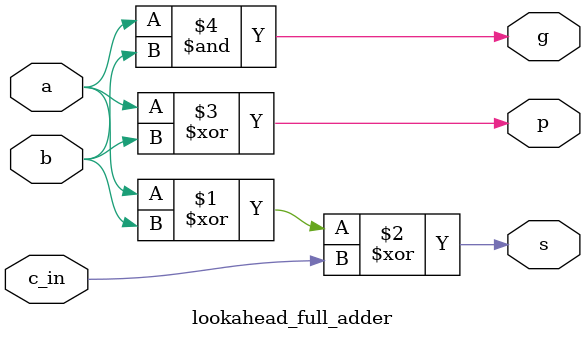
<source format=sv>

module lookahead_full_adder
(
	input logic a, b, c_in,
	output s, p, g
);

	assign s = a^b^c_in;
	assign p = a^b;
	assign g = a&b;
     
endmodule

</source>
